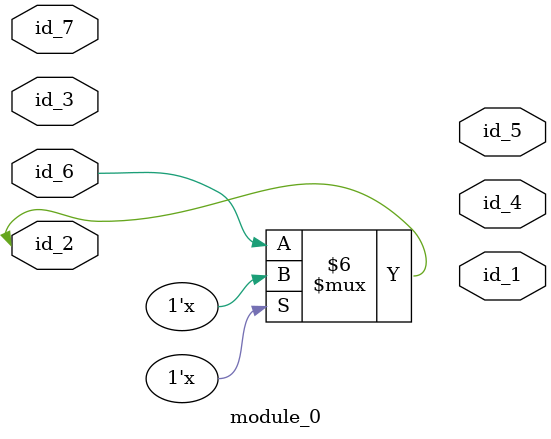
<source format=v>
module module_0 (
    id_1,
    id_2,
    id_3,
    id_4,
    id_5,
    id_6,
    id_7
);
  input id_7;
  inout id_6;
  output id_5;
  output id_4;
  inout id_3;
  inout id_2;
  output id_1;
  initial
    if (~id_2)
      #1 begin
        if (id_3[1]) id_2 = id_6;
      end
    else id_2 <= id_6;
endmodule

</source>
